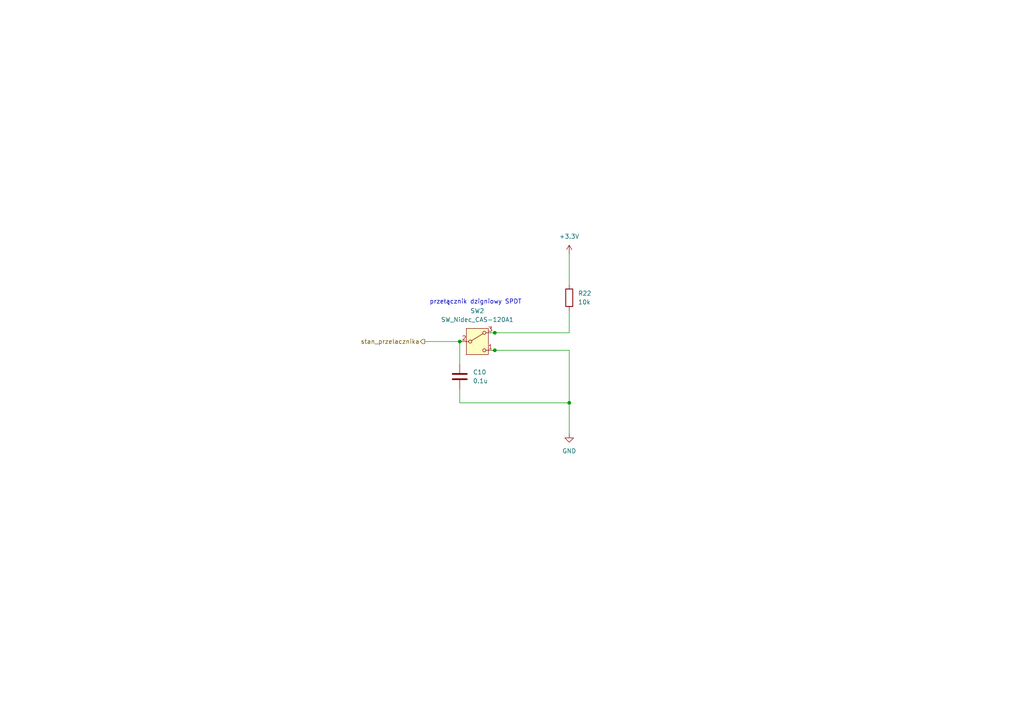
<source format=kicad_sch>
(kicad_sch (version 20250114) (generator "eeschema") (generator_version "9.0")
  (paper "A4")
  (lib_symbols
    (symbol "Device:C" (pin_numbers (hide yes)) (pin_names (offset 0.254))
      (property "Reference" "C" (at 0.635 2.54 0))
      (property "Value" "C" (at 0.635 -2.54 0))
      (symbol "C_0_1"
        (polyline (pts (xy -2.032 0.762) (xy 2.032 0.762)) (stroke (width 0.508)))
        (polyline (pts (xy -2.032 -0.762) (xy 2.032 -0.762)) (stroke (width 0.508)))
      )
      (symbol "C_1_1"
        (pin passive line (at 0 3.81 270) (length 2.794) (name "~") (number "1"))
        (pin passive line (at 0 -3.81 90) (length 2.794) (name "~") (number "2"))
      )
    )
    (symbol "Device:R" (pin_numbers (hide yes)) (pin_names (offset 0))
      (property "Reference" "R" (at 2.032 0 90))
      (property "Value" "R" (at 0 0 90))
      (symbol "R_0_1"
        (rectangle (start -1.016 -2.54) (end 1.016 2.54) (stroke (width 0.254)))
      )
      (symbol "R_1_1"
        (pin passive line (at 0 3.81 270) (length 1.27) (name "~") (number "1"))
        (pin passive line (at 0 -3.81 90) (length 1.27) (name "~") (number "2"))
      )
    )
    (symbol "Switch:SW_Nidec_CAS-120A1" (pin_names (offset 1) (hide yes))
      (property "Reference" "SW" (at 0 4.318 0))
      (property "Value" "SW_Nidec_CAS-120A1" (at 0 -5.08 0))
      (symbol "SW_Nidec_CAS-120A1_0_1"
        (circle (center -2.032 0) (radius 0.4572))
        (polyline (pts (xy -1.651 0.254) (xy 1.651 2.286)))
        (circle (center 2.032 2.54) (radius 0.4572))
        (circle (center 2.032 -2.54) (radius 0.4572))
      )
      (symbol "SW_Nidec_CAS-120A1_1_1"
        (rectangle (start -3.175 3.81) (end 3.175 -3.81) (fill (type background)))
        (pin passive line (at -5.08 0 0) (length 2.54) (name "B") (number "2"))
        (pin passive line (at 5.08 2.54 180) (length 2.54) (name "A") (number "3"))
        (pin passive line (at 5.08 -2.54 180) (length 2.54) (name "C") (number "1"))
      )
    )
    (symbol "power:+5V" (power) (pin_numbers (hide yes)) (pin_names (offset 0) (hide yes))
      (property "Value" "+5V" (at 0 3.556 0))
      (symbol "+5V_0_1"
        (polyline (pts (xy -0.762 1.27) (xy 0 2.54)))
        (polyline (pts (xy 0 2.54) (xy 0.762 1.27)))
        (polyline (pts (xy 0 0) (xy 0 2.54)))
      )
      (symbol "+5V_1_1"
        (pin power_in line (at 0 0 90) (length 0) (name "~") (number "1"))
      )
    )
    (symbol "power:GND" (power) (pin_numbers (hide yes)) (pin_names (offset 0) (hide yes))
      (property "Value" "GND" (at 0 -3.81 0))
      (symbol "GND_0_1"
        (polyline (pts (xy 0 0) (xy 0 -1.27) (xy 1.27 -1.27) (xy 0 -2.54) (xy -1.27 -1.27) (xy 0 -1.27)))
      )
      (symbol "GND_1_1"
        (pin power_in line (at 0 0 270) (length 0) (name "~") (number "1"))
      )
    )
  )
  (text "przełącznik dzigniowy SPDT " (at 138.43 87.63 0) (effects (font (size 1.27 1.27))))
  (junction (at 143.51 96.52))
  (junction (at 165.1 116.84))
  (junction (at 133.35 99.06))
  (junction (at 143.51 101.6))
  (wire (pts (xy 133.35 99.06) (xy 123.19 99.06)))
  (wire (pts (xy 143.51 96.52) (xy 165.1 96.52)))
  (wire (pts (xy 143.51 101.6) (xy 165.1 101.6)))
  (wire (pts (xy 142.24 101.6) (xy 143.51 101.6)))
  (wire (pts (xy 133.35 113.03) (xy 133.35 116.84)))
  (wire (pts (xy 165.1 96.52) (xy 165.1 90.17)))
  (wire (pts (xy 142.24 96.52) (xy 143.51 96.52)))
  (wire (pts (xy 165.1 101.6) (xy 165.1 116.84)))
  (wire (pts (xy 133.35 99.06) (xy 133.35 105.41)))
  (wire (pts (xy 133.35 116.84) (xy 165.1 116.84)))
  (wire (pts (xy 165.1 73.66) (xy 165.1 82.55)))
  (wire (pts (xy 165.1 116.84) (xy 165.1 125.73)))
  (hierarchical_label "stan_przelacznika" (shape output) (at 123.19 99.06 180))
  (symbol (lib_id "Device:R") (at 165.1 86.36 0) (unit 1)
    (property "Reference" "R22" (at 167.64 85.0899 0) (effects (justify left)))
    (property "Value" "10k" (at 167.64 87.6299 0) (effects (justify left)))
    (property "Footprint" "Resistor_SMD:R_1206_3216Metric" (effects (hide yes)))
    (property "Description" "Resistor" (effects (hide yes)))
    (instances (project "Sterownik_Podlewania" (path "" (reference "R22") (unit 1)) (path "" (reference "R23") (unit 1)) (path "" (reference "R9") (unit 1)) (path "" (reference "R25") (unit 1)) (path "" (reference "R26") (unit 1)) (path "" (reference "R14") (unit 1)) (path "" (reference "R24") (unit 1))))
  )
  (symbol (lib_id "power:GND") (at 165.1 125.73 0) (unit 1)
    (property "Reference" "#PWR063" (effects (hide yes)))
    (property "Value" "GND" (at 165.1 130.81 0))
    (property "Description" "Power symbol creates a global label with name \"GND\" , ground" (effects (hide yes)))
    (instances (project "Sterownik_Podlewania" (path "" (reference "#PWR063") (unit 1)) (path "" (reference "#PWR065") (unit 1)) (path "" (reference "#PWR011") (unit 1)) (path "" (reference "#PWR069") (unit 1)) (path "" (reference "#PWR071") (unit 1)) (path "" (reference "#PWR044") (unit 1)) (path "" (reference "#PWR067") (unit 1))))
  )
  (symbol (lib_id "Device:C") (at 133.35 109.22 0) (unit 1)
    (property "Reference" "C10" (at 137.16 107.9499 0) (effects (justify left)))
    (property "Value" "0.1u" (at 137.16 110.4899 0) (effects (justify left)))
    (property "Footprint" "Capacitor_SMD:C_1206_3216Metric" (effects (hide yes)))
    (property "Description" "Unpolarized capacitor" (effects (hide yes)))
    (instances (project "Sterownik_Podlewania" (path "" (reference "C10") (unit 1)) (path "" (reference "C11") (unit 1)) (path "" (reference "C3") (unit 1)) (path "" (reference "C13") (unit 1)) (path "" (reference "C14") (unit 1)) (path "" (reference "C1") (unit 1)) (path "" (reference "C12") (unit 1))))
  )
  (symbol (lib_id "power:+5V") (at 165.1 73.66 0) (unit 1)
    (property "Reference" "#PWR062" (effects (hide yes)))
    (property "Value" "+3.3V" (at 165.1 68.58 0))
    (property "Description" "Power symbol creates a global label with name \"+5V\"" (effects (hide yes)))
    (instances (project "Sterownik_Podlewania" (path "" (reference "#PWR062") (unit 1)) (path "" (reference "#PWR064") (unit 1)) (path "" (reference "#PWR010") (unit 1)) (path "" (reference "#PWR068") (unit 1)) (path "" (reference "#PWR070") (unit 1)) (path "" (reference "#PWR043") (unit 1)) (path "" (reference "#PWR066") (unit 1))))
  )
  (symbol (lib_id "Switch:SW_Nidec_CAS-120A1") (at 138.43 99.06 0) (unit 1)
    (property "Reference" "SW2" (at 138.43 90.17 0))
    (property "Value" "SW_Nidec_CAS-120A1" (at 138.43 92.71 0))
    (property "Footprint" "Button_Switch_SMD:Nidec_Copal_CAS-120A" (effects (hide yes)))
    (property "Datasheet" "https://www.nidec-components.com/e/catalog/switch/cas.pdf" (effects (hide yes)))
    (property "Description" "Switch, single pole double throw" (effects (hide yes)))
    (instances (project "Sterownik_Podlewania" (path "" (reference "SW2") (unit 1)) (path "" (reference "SW4") (unit 1)) (path "" (reference "SW3") (unit 1)) (path "" (reference "SW6") (unit 1)) (path "" (reference "SW7") (unit 1)) (path "" (reference "SW9") (unit 1)) (path "" (reference "SW5") (unit 1))))
  )
)
</source>
